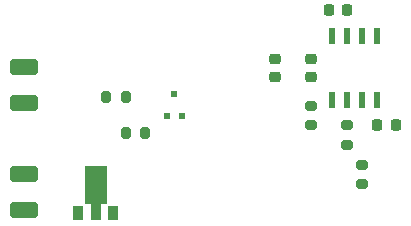
<source format=gbr>
%TF.GenerationSoftware,KiCad,Pcbnew,(6.0.11)*%
%TF.CreationDate,2023-03-01T11:44:21-05:00*%
%TF.ProjectId,DCT_HV_Widget,4443545f-4856-45f5-9769-646765742e6b,rev?*%
%TF.SameCoordinates,Original*%
%TF.FileFunction,Paste,Top*%
%TF.FilePolarity,Positive*%
%FSLAX46Y46*%
G04 Gerber Fmt 4.6, Leading zero omitted, Abs format (unit mm)*
G04 Created by KiCad (PCBNEW (6.0.11)) date 2023-03-01 11:44:21*
%MOMM*%
%LPD*%
G01*
G04 APERTURE LIST*
G04 Aperture macros list*
%AMRoundRect*
0 Rectangle with rounded corners*
0 $1 Rounding radius*
0 $2 $3 $4 $5 $6 $7 $8 $9 X,Y pos of 4 corners*
0 Add a 4 corners polygon primitive as box body*
4,1,4,$2,$3,$4,$5,$6,$7,$8,$9,$2,$3,0*
0 Add four circle primitives for the rounded corners*
1,1,$1+$1,$2,$3*
1,1,$1+$1,$4,$5*
1,1,$1+$1,$6,$7*
1,1,$1+$1,$8,$9*
0 Add four rect primitives between the rounded corners*
20,1,$1+$1,$2,$3,$4,$5,0*
20,1,$1+$1,$4,$5,$6,$7,0*
20,1,$1+$1,$6,$7,$8,$9,0*
20,1,$1+$1,$8,$9,$2,$3,0*%
G04 Aperture macros list end*
%ADD10C,0.040000*%
%ADD11RoundRect,0.225000X0.225000X0.250000X-0.225000X0.250000X-0.225000X-0.250000X0.225000X-0.250000X0*%
%ADD12RoundRect,0.200000X-0.200000X-0.275000X0.200000X-0.275000X0.200000X0.275000X-0.200000X0.275000X0*%
%ADD13RoundRect,0.200000X0.275000X-0.200000X0.275000X0.200000X-0.275000X0.200000X-0.275000X-0.200000X0*%
%ADD14RoundRect,0.250000X-0.925000X0.412500X-0.925000X-0.412500X0.925000X-0.412500X0.925000X0.412500X0*%
%ADD15R,0.533400X1.460500*%
%ADD16R,0.900000X1.300000*%
%ADD17R,1.732000X3.125000*%
%ADD18R,0.900000X1.475000*%
%ADD19RoundRect,0.225000X0.250000X-0.225000X0.250000X0.225000X-0.250000X0.225000X-0.250000X-0.225000X0*%
%ADD20RoundRect,0.200000X0.200000X0.275000X-0.200000X0.275000X-0.200000X-0.275000X0.200000X-0.275000X0*%
%ADD21R,0.600000X0.550000*%
%ADD22RoundRect,0.200000X-0.275000X0.200000X-0.275000X-0.200000X0.275000X-0.200000X0.275000X0.200000X0*%
G04 APERTURE END LIST*
D10*
%TO.C,Q1*%
X152184000Y-89992500D02*
X153916000Y-89992500D01*
X153916000Y-89992500D02*
X153916000Y-93117500D01*
X153916000Y-93117500D02*
X152184000Y-93117500D01*
X152184000Y-93117500D02*
X152184000Y-89992500D01*
G36*
X152184000Y-89992500D02*
G01*
X153916000Y-89992500D01*
X153916000Y-93117500D01*
X152184000Y-93117500D01*
X152184000Y-89992500D01*
G37*
%TD*%
D11*
%TO.C,C4*%
X174365000Y-76800000D03*
X172815000Y-76800000D03*
%TD*%
D12*
%TO.C,R1*%
X155575000Y-87200000D03*
X157225000Y-87200000D03*
%TD*%
D13*
%TO.C,R4*%
X171300000Y-86500000D03*
X171300000Y-84850000D03*
%TD*%
D14*
%TO.C,C6*%
X146950000Y-90650000D03*
X146950000Y-93725000D03*
%TD*%
D15*
%TO.C,U1*%
X173095000Y-84424150D03*
X174365000Y-84424150D03*
X175635000Y-84424150D03*
X176905000Y-84424150D03*
X176905000Y-78975850D03*
X175635000Y-78975850D03*
X174365000Y-78975850D03*
X173095000Y-78975850D03*
%TD*%
D16*
%TO.C,Q1*%
X154540000Y-93942500D03*
X151550000Y-93942500D03*
D17*
X153050000Y-91555000D03*
D18*
X153050000Y-93855000D03*
%TD*%
D19*
%TO.C,C1*%
X171300000Y-82475000D03*
X171300000Y-80925000D03*
%TD*%
D20*
%TO.C,R3*%
X155575000Y-84100000D03*
X153925000Y-84100000D03*
%TD*%
D21*
%TO.C,D1*%
X159055000Y-85725000D03*
X160355000Y-85725000D03*
X159705000Y-83875000D03*
%TD*%
D22*
%TO.C,R6*%
X175600000Y-89875000D03*
X175600000Y-91525000D03*
%TD*%
D14*
%TO.C,C5*%
X146950000Y-81575000D03*
X146950000Y-84650000D03*
%TD*%
D13*
%TO.C,R2*%
X174365000Y-88150000D03*
X174365000Y-86500000D03*
%TD*%
D19*
%TO.C,C2*%
X168200000Y-82475000D03*
X168200000Y-80925000D03*
%TD*%
D11*
%TO.C,C3*%
X178455000Y-86500000D03*
X176905000Y-86500000D03*
%TD*%
M02*

</source>
